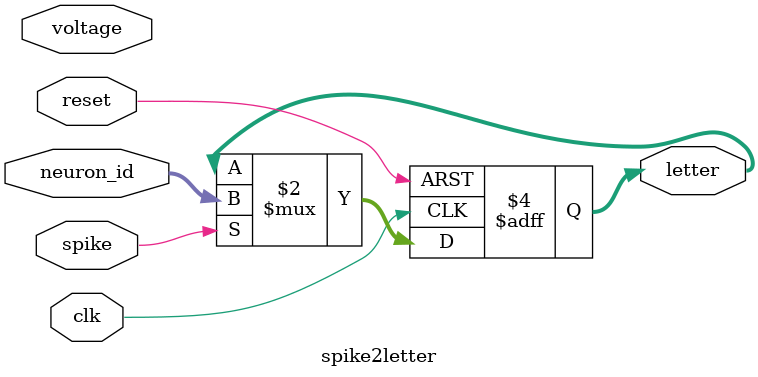
<source format=v>
module spike2letter (
    input              clk,
    input              reset,
    input      [7:0]   neuron_id,
    input      [15:0]  voltage,
    input              spike,
    output reg [7:0]   letter
);

always @(posedge clk or posedge reset) begin
    if (reset)
        letter <= 8'd0;
    else if (spike)
        letter <= neuron_id;
end

endmodule

// 2025-12-06 09:55:00

// 2025-12-10 15:14:00

// 2025-12-15 09:05:00

// 2025-12-19 14:43:00

// 2025-12-24 11:32:00

// 2025-12-28 15:46:00

// 2026-01-02 11:18:00

// 2026-01-06 15:51:00

// 2026-02-01 16:56:00

// 2026-02-03 14:20:00

</source>
